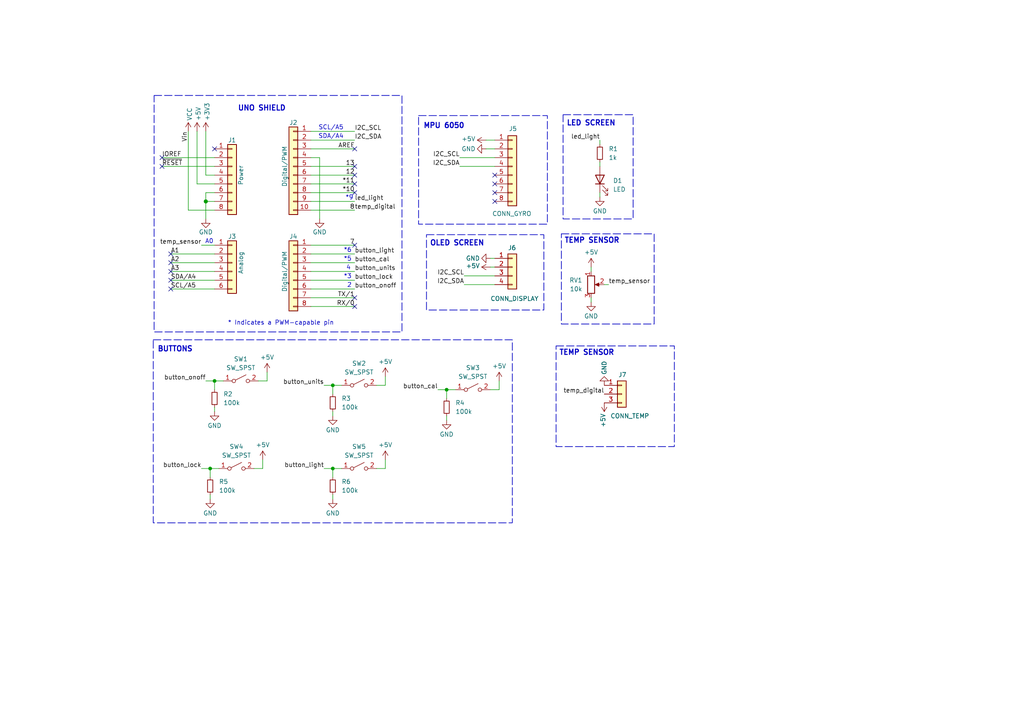
<source format=kicad_sch>
(kicad_sch (version 20231120) (generator "eeschema") (generator_version "8.0")
  (paper "A4")
  (title_block (title "Uno Shield ThermoPro") (date "2025-01-27") (rev "1.0") (company "Goncalo Martins"))
  (lib_symbols
    (symbol "Connector_Generic:Conn_01x03" (pin_names (offset 1.016) hide)
      (property "Reference" "J" (at 0 5.08 0))
      (property "Value" "Conn_01x03" (at 0 -5.08 0))
      (symbol "Conn_01x03_1_1"
        (rectangle (start -1.27 -2.413) (end 0 -2.667) (stroke (width 0.1524)))
        (rectangle (start -1.27 0.127) (end 0 -0.127) (stroke (width 0.1524)))
        (rectangle (start -1.27 2.667) (end 0 2.413) (stroke (width 0.1524)))
        (rectangle (start -1.27 3.81) (end 1.27 -3.81) (stroke (width 0.254)) (fill (type background)))
        (pin passive line (at -5.08 2.54 0) (length 3.81) (name "Pin_1") (number "1"))
        (pin passive line (at -5.08 0 0) (length 3.81) (name "Pin_2") (number "2"))
        (pin passive line (at -5.08 -2.54 0) (length 3.81) (name "Pin_3") (number "3"))
      )
    )
    (symbol "Connector_Generic:Conn_01x04" (pin_names (offset 1.016) hide)
      (property "Reference" "J" (at 0 5.08 0))
      (property "Value" "Conn_01x04" (at 0 -7.62 0))
      (symbol "Conn_01x04_1_1"
        (rectangle (start -1.27 -4.953) (end 0 -5.207) (stroke (width 0.1524)))
        (rectangle (start -1.27 -2.413) (end 0 -2.667) (stroke (width 0.1524)))
        (rectangle (start -1.27 0.127) (end 0 -0.127) (stroke (width 0.1524)))
        (rectangle (start -1.27 2.667) (end 0 2.413) (stroke (width 0.1524)))
        (rectangle (start -1.27 3.81) (end 1.27 -6.35) (stroke (width 0.254)) (fill (type background)))
        (pin passive line (at -5.08 2.54 0) (length 3.81) (name "Pin_1") (number "1"))
        (pin passive line (at -5.08 0 0) (length 3.81) (name "Pin_2") (number "2"))
        (pin passive line (at -5.08 -2.54 0) (length 3.81) (name "Pin_3") (number "3"))
        (pin passive line (at -5.08 -5.08 0) (length 3.81) (name "Pin_4") (number "4"))
      )
    )
    (symbol "Connector_Generic:Conn_01x06" (pin_names (offset 1.016) hide)
      (property "Reference" "J" (at 0 7.62 0))
      (property "Value" "Conn_01x06" (at 0 -10.16 0))
      (symbol "Conn_01x06_1_1"
        (rectangle (start -1.27 -7.493) (end 0 -7.747) (stroke (width 0.1524)))
        (rectangle (start -1.27 -4.953) (end 0 -5.207) (stroke (width 0.1524)))
        (rectangle (start -1.27 -2.413) (end 0 -2.667) (stroke (width 0.1524)))
        (rectangle (start -1.27 0.127) (end 0 -0.127) (stroke (width 0.1524)))
        (rectangle (start -1.27 2.667) (end 0 2.413) (stroke (width 0.1524)))
        (rectangle (start -1.27 5.207) (end 0 4.953) (stroke (width 0.1524)))
        (rectangle (start -1.27 6.35) (end 1.27 -8.89) (stroke (width 0.254)) (fill (type background)))
        (pin passive line (at -5.08 5.08 0) (length 3.81) (name "Pin_1") (number "1"))
        (pin passive line (at -5.08 2.54 0) (length 3.81) (name "Pin_2") (number "2"))
        (pin passive line (at -5.08 0 0) (length 3.81) (name "Pin_3") (number "3"))
        (pin passive line (at -5.08 -2.54 0) (length 3.81) (name "Pin_4") (number "4"))
        (pin passive line (at -5.08 -5.08 0) (length 3.81) (name "Pin_5") (number "5"))
        (pin passive line (at -5.08 -7.62 0) (length 3.81) (name "Pin_6") (number "6"))
      )
    )
    (symbol "Connector_Generic:Conn_01x08" (pin_names (offset 1.016) hide)
      (property "Reference" "J" (at 0 10.16 0))
      (property "Value" "Conn_01x08" (at 0 -12.7 0))
      (symbol "Conn_01x08_1_1"
        (rectangle (start -1.27 -10.033) (end 0 -10.287) (stroke (width 0.1524)))
        (rectangle (start -1.27 -7.493) (end 0 -7.747) (stroke (width 0.1524)))
        (rectangle (start -1.27 -4.953) (end 0 -5.207) (stroke (width 0.1524)))
        (rectangle (start -1.27 -2.413) (end 0 -2.667) (stroke (width 0.1524)))
        (rectangle (start -1.27 0.127) (end 0 -0.127) (stroke (width 0.1524)))
        (rectangle (start -1.27 2.667) (end 0 2.413) (stroke (width 0.1524)))
        (rectangle (start -1.27 5.207) (end 0 4.953) (stroke (width 0.1524)))
        (rectangle (start -1.27 7.747) (end 0 7.493) (stroke (width 0.1524)))
        (rectangle (start -1.27 8.89) (end 1.27 -11.43) (stroke (width 0.254)) (fill (type background)))
        (pin passive line (at -5.08 7.62 0) (length 3.81) (name "Pin_1") (number "1"))
        (pin passive line (at -5.08 5.08 0) (length 3.81) (name "Pin_2") (number "2"))
        (pin passive line (at -5.08 2.54 0) (length 3.81) (name "Pin_3") (number "3"))
        (pin passive line (at -5.08 0 0) (length 3.81) (name "Pin_4") (number "4"))
        (pin passive line (at -5.08 -2.54 0) (length 3.81) (name "Pin_5") (number "5"))
        (pin passive line (at -5.08 -5.08 0) (length 3.81) (name "Pin_6") (number "6"))
        (pin passive line (at -5.08 -7.62 0) (length 3.81) (name "Pin_7") (number "7"))
        (pin passive line (at -5.08 -10.16 0) (length 3.81) (name "Pin_8") (number "8"))
      )
    )
    (symbol "Connector_Generic:Conn_01x10" (pin_names (offset 1.016) hide)
      (property "Reference" "J" (at 0 12.7 0))
      (property "Value" "Conn_01x10" (at 0 -15.24 0))
      (symbol "Conn_01x10_1_1"
        (rectangle (start -1.27 -12.573) (end 0 -12.827) (stroke (width 0.1524)))
        (rectangle (start -1.27 -10.033) (end 0 -10.287) (stroke (width 0.1524)))
        (rectangle (start -1.27 -7.493) (end 0 -7.747) (stroke (width 0.1524)))
        (rectangle (start -1.27 -4.953) (end 0 -5.207) (stroke (width 0.1524)))
        (rectangle (start -1.27 -2.413) (end 0 -2.667) (stroke (width 0.1524)))
        (rectangle (start -1.27 0.127) (end 0 -0.127) (stroke (width 0.1524)))
        (rectangle (start -1.27 2.667) (end 0 2.413) (stroke (width 0.1524)))
        (rectangle (start -1.27 5.207) (end 0 4.953) (stroke (width 0.1524)))
        (rectangle (start -1.27 7.747) (end 0 7.493) (stroke (width 0.1524)))
        (rectangle (start -1.27 10.287) (end 0 10.033) (stroke (width 0.1524)))
        (rectangle (start -1.27 11.43) (end 1.27 -13.97) (stroke (width 0.254)) (fill (type background)))
        (pin passive line (at -5.08 10.16 0) (length 3.81) (name "Pin_1") (number "1"))
        (pin passive line (at -5.08 -12.7 0) (length 3.81) (name "Pin_10") (number "10"))
        (pin passive line (at -5.08 7.62 0) (length 3.81) (name "Pin_2") (number "2"))
        (pin passive line (at -5.08 5.08 0) (length 3.81) (name "Pin_3") (number "3"))
        (pin passive line (at -5.08 2.54 0) (length 3.81) (name "Pin_4") (number "4"))
        (pin passive line (at -5.08 0 0) (length 3.81) (name "Pin_5") (number "5"))
        (pin passive line (at -5.08 -2.54 0) (length 3.81) (name "Pin_6") (number "6"))
        (pin passive line (at -5.08 -5.08 0) (length 3.81) (name "Pin_7") (number "7"))
        (pin passive line (at -5.08 -7.62 0) (length 3.81) (name "Pin_8") (number "8"))
        (pin passive line (at -5.08 -10.16 0) (length 3.81) (name "Pin_9") (number "9"))
      )
    )
    (symbol "Device:LED" (pin_numbers hide) (pin_names (offset 1.016) hide)
      (property "Reference" "D" (at 0 2.54 0))
      (property "Value" "LED" (at 0 -2.54 0))
      (symbol "LED_0_1"
        (polyline (pts (xy -1.27 -1.27) (xy -1.27 1.27)) (stroke (width 0.254)))
        (polyline (pts (xy -1.27 0) (xy 1.27 0)))
        (polyline (pts (xy 1.27 -1.27) (xy 1.27 1.27) (xy -1.27 0) (xy 1.27 -1.27)) (stroke (width 0.254)))
        (polyline (pts (xy -3.048 -0.762) (xy -4.572 -2.286) (xy -3.81 -2.286) (xy -4.572 -2.286) (xy -4.572 -1.524)))
        (polyline (pts (xy -1.778 -0.762) (xy -3.302 -2.286) (xy -2.54 -2.286) (xy -3.302 -2.286) (xy -3.302 -1.524)))
      )
      (symbol "LED_1_1"
        (pin passive line (at -3.81 0 0) (length 2.54) (name "K") (number "1"))
        (pin passive line (at 3.81 0 180) (length 2.54) (name "A") (number "2"))
      )
    )
    (symbol "Device:R_Potentiometer" (pin_names (offset 1.016) hide)
      (property "Reference" "RV" (at -4.445 0 90))
      (property "Value" "R_Potentiometer" (at -2.54 0 90))
      (symbol "R_Potentiometer_0_1"
        (polyline (pts (xy 2.54 0) (xy 1.524 0)))
        (polyline (pts (xy 1.143 0) (xy 2.286 0.508) (xy 2.286 -0.508) (xy 1.143 0)) (fill (type outline)))
        (rectangle (start 1.016 2.54) (end -1.016 -2.54) (stroke (width 0.254)))
      )
      (symbol "R_Potentiometer_1_1"
        (pin passive line (at 0 3.81 270) (length 1.27) (name "1") (number "1"))
        (pin passive line (at 3.81 0 180) (length 1.27) (name "2") (number "2"))
        (pin passive line (at 0 -3.81 90) (length 1.27) (name "3") (number "3"))
      )
    )
    (symbol "Device:R_Small" (pin_numbers hide) (pin_names (offset 0.254) hide)
      (property "Reference" "R" (at 0.762 0.508 0))
      (property "Value" "R_Small" (at 0.762 -1.016 0))
      (symbol "R_Small_0_1"
        (rectangle (start -0.762 1.778) (end 0.762 -1.778) (stroke (width 0.2032)))
      )
      (symbol "R_Small_1_1"
        (pin passive line (at 0 2.54 270) (length 0.762) (name "~") (number "1"))
        (pin passive line (at 0 -2.54 90) (length 0.762) (name "~") (number "2"))
      )
    )
    (symbol "Switch:SW_SPST" (pin_names (offset 0) hide)
      (property "Reference" "SW" (at 0 3.175 0))
      (property "Value" "SW_SPST" (at 0 -2.54 0))
      (symbol "SW_SPST_0_0"
        (circle (center -2.032 0) (radius 0.508))
        (polyline (pts (xy -1.524 0.254) (xy 1.524 1.778)))
        (circle (center 2.032 0) (radius 0.508))
      )
      (symbol "SW_SPST_1_1"
        (pin passive line (at -5.08 0 0) (length 2.54) (name "A") (number "1"))
        (pin passive line (at 5.08 0 180) (length 2.54) (name "B") (number "2"))
      )
    )
    (symbol "power:+3V3" (power) (pin_names (offset 0))
      (property "Value" "+3V3" (at 0 3.556 0))
      (symbol "+3V3_0_1"
        (polyline (pts (xy -0.762 1.27) (xy 0 2.54)))
        (polyline (pts (xy 0 0) (xy 0 2.54)))
        (polyline (pts (xy 0 2.54) (xy 0.762 1.27)))
      )
      (symbol "+3V3_1_1"
        (pin power_in line (at 0 0 90) (length 0) hide (name "+3V3") (number "1"))
      )
    )
    (symbol "power:+5V" (power) (pin_names (offset 0))
      (property "Value" "+5V" (at 0 3.556 0))
      (symbol "+5V_0_1"
        (polyline (pts (xy -0.762 1.27) (xy 0 2.54)))
        (polyline (pts (xy 0 0) (xy 0 2.54)))
        (polyline (pts (xy 0 2.54) (xy 0.762 1.27)))
      )
      (symbol "+5V_1_1"
        (pin power_in line (at 0 0 90) (length 0) hide (name "+5V") (number "1"))
      )
    )
    (symbol "power:GND" (power) (pin_names (offset 0))
      (property "Value" "GND" (at 0 -3.81 0))
      (symbol "GND_0_1"
        (polyline (pts (xy 0 0) (xy 0 -1.27) (xy 1.27 -1.27) (xy 0 -2.54) (xy -1.27 -1.27) (xy 0 -1.27)))
      )
      (symbol "GND_1_1"
        (pin power_in line (at 0 0 270) (length 0) hide (name "GND") (number "1"))
      )
    )
    (symbol "power:VCC" (power) (pin_names (offset 0))
      (property "Value" "VCC" (at 0 3.81 0))
      (symbol "VCC_0_1"
        (polyline (pts (xy -0.762 1.27) (xy 0 2.54)))
        (polyline (pts (xy 0 0) (xy 0 2.54)))
        (polyline (pts (xy 0 2.54) (xy 0.762 1.27)))
      )
      (symbol "VCC_1_1"
        (pin power_in line (at 0 0 90) (length 0) hide (name "VCC") (number "1"))
      )
    )
  )
  (junction (at 96.52 135.89))
  (junction (at 59.69 58.42) (diameter 1.016))
  (junction (at 96.52 111.76))
  (junction (at 129.54 113.03))
  (junction (at 60.96 135.89))
  (junction (at 62.23 110.49))
  (no_connect (at 143.51 50.8))
  (no_connect (at 49.53 78.74))
  (no_connect (at 49.53 81.28))
  (no_connect (at 49.53 73.66))
  (no_connect (at 143.51 53.34))
  (no_connect (at 102.87 43.18))
  (no_connect (at 143.51 55.88))
  (no_connect (at 143.51 58.42))
  (no_connect (at 102.87 48.26))
  (no_connect (at 102.87 55.88))
  (no_connect (at 102.87 50.8))
  (no_connect (at 102.87 86.36))
  (no_connect (at 102.87 88.9))
  (no_connect (at 46.99 45.72))
  (no_connect (at 102.87 71.12))
  (no_connect (at 46.99 48.26))
  (no_connect (at 102.87 53.34))
  (no_connect (at 62.23 43.18))
  (no_connect (at 49.53 83.82))
  (no_connect (at 49.53 76.2))
  (wire (pts (xy 90.17 88.9) (xy 102.87 88.9)))
  (wire (pts (xy 140.97 40.64) (xy 143.51 40.64)))
  (wire (pts (xy 90.17 55.88) (xy 102.87 55.88)))
  (wire (pts (xy 133.35 48.26) (xy 143.51 48.26)))
  (wire (pts (xy 90.17 38.1) (xy 102.87 38.1)))
  (wire (pts (xy 96.52 119.38) (xy 96.52 120.65)))
  (wire (pts (xy 96.52 138.43) (xy 96.52 135.89)))
  (wire (pts (xy 59.69 55.88) (xy 59.69 58.42)))
  (wire (pts (xy 49.53 83.82) (xy 62.23 83.82)))
  (wire (pts (xy 58.42 71.12) (xy 62.23 71.12)))
  (wire (pts (xy 93.98 135.89) (xy 96.52 135.89)))
  (wire (pts (xy 134.62 82.55) (xy 143.51 82.55)))
  (wire (pts (xy 59.69 58.42) (xy 59.69 63.5)))
  (wire (pts (xy 59.69 50.8) (xy 62.23 50.8)))
  (wire (pts (xy 57.15 53.34) (xy 62.23 53.34)))
  (wire (pts (xy 73.66 135.89) (xy 76.2 135.89)))
  (wire (pts (xy 171.45 77.47) (xy 171.45 78.74)))
  (wire (pts (xy 57.15 38.1) (xy 57.15 53.34)))
  (wire (pts (xy 96.52 135.89) (xy 99.06 135.89)))
  (wire (pts (xy 90.17 48.26) (xy 102.87 48.26)))
  (wire (pts (xy 59.69 38.1) (xy 59.69 50.8)))
  (wire (pts (xy 90.17 71.12) (xy 102.87 71.12)))
  (wire (pts (xy 96.52 111.76) (xy 99.06 111.76)))
  (wire (pts (xy 90.17 50.8) (xy 102.87 50.8)))
  (wire (pts (xy 90.17 73.66) (xy 102.87 73.66)))
  (wire (pts (xy 109.22 111.76) (xy 111.76 111.76)))
  (wire (pts (xy 144.78 113.03) (xy 144.78 110.49)))
  (wire (pts (xy 142.24 74.93) (xy 143.51 74.93)))
  (wire (pts (xy 62.23 118.11) (xy 62.23 119.38)))
  (wire (pts (xy 109.22 135.89) (xy 111.76 135.89)))
  (wire (pts (xy 90.17 58.42) (xy 102.87 58.42)))
  (wire (pts (xy 59.69 110.49) (xy 62.23 110.49)))
  (wire (pts (xy 129.54 115.57) (xy 129.54 113.03)))
  (wire (pts (xy 93.98 111.76) (xy 96.52 111.76)))
  (wire (pts (xy 90.17 78.74) (xy 102.87 78.74)))
  (wire (pts (xy 60.96 143.51) (xy 60.96 144.78)))
  (wire (pts (xy 46.99 45.72) (xy 62.23 45.72)))
  (wire (pts (xy 74.93 110.49) (xy 77.47 110.49)))
  (wire (pts (xy 173.99 46.99) (xy 173.99 48.26)))
  (wire (pts (xy 92.71 45.72) (xy 92.71 63.5)))
  (wire (pts (xy 96.52 143.51) (xy 96.52 144.78)))
  (wire (pts (xy 90.17 43.18) (xy 102.87 43.18)))
  (wire (pts (xy 175.26 82.55) (xy 176.53 82.55)))
  (wire (pts (xy 134.62 80.01) (xy 143.51 80.01)))
  (wire (pts (xy 62.23 76.2) (xy 49.53 76.2)))
  (wire (pts (xy 46.99 48.26) (xy 62.23 48.26)))
  (wire (pts (xy 62.23 113.03) (xy 62.23 110.49)))
  (wire (pts (xy 62.23 58.42) (xy 59.69 58.42)))
  (wire (pts (xy 171.45 87.63) (xy 171.45 86.36)))
  (wire (pts (xy 62.23 60.96) (xy 54.61 60.96)))
  (wire (pts (xy 111.76 111.76) (xy 111.76 109.22)))
  (wire (pts (xy 49.53 73.66) (xy 62.23 73.66)))
  (wire (pts (xy 140.97 43.18) (xy 143.51 43.18)))
  (wire (pts (xy 129.54 120.65) (xy 129.54 121.92)))
  (wire (pts (xy 127 113.03) (xy 129.54 113.03)))
  (wire (pts (xy 90.17 45.72) (xy 92.71 45.72)))
  (wire (pts (xy 142.24 113.03) (xy 144.78 113.03)))
  (wire (pts (xy 111.76 135.89) (xy 111.76 133.35)))
  (wire (pts (xy 60.96 135.89) (xy 63.5 135.89)))
  (wire (pts (xy 62.23 55.88) (xy 59.69 55.88)))
  (wire (pts (xy 96.52 114.3) (xy 96.52 111.76)))
  (wire (pts (xy 62.23 110.49) (xy 64.77 110.49)))
  (wire (pts (xy 90.17 53.34) (xy 102.87 53.34)))
  (wire (pts (xy 129.54 113.03) (xy 132.08 113.03)))
  (wire (pts (xy 58.42 135.89) (xy 60.96 135.89)))
  (wire (pts (xy 90.17 76.2) (xy 102.87 76.2)))
  (wire (pts (xy 142.24 77.47) (xy 143.51 77.47)))
  (wire (pts (xy 49.53 78.74) (xy 62.23 78.74)))
  (wire (pts (xy 76.2 135.89) (xy 76.2 133.35)))
  (wire (pts (xy 60.96 138.43) (xy 60.96 135.89)))
  (wire (pts (xy 173.99 55.88) (xy 173.99 57.15)))
  (wire (pts (xy 133.35 45.72) (xy 143.51 45.72)))
  (wire (pts (xy 77.47 110.49) (xy 77.47 107.95)))
  (wire (pts (xy 90.17 40.64) (xy 102.87 40.64)))
  (wire (pts (xy 90.17 83.82) (xy 102.87 83.82)))
  (wire (pts (xy 173.99 40.64) (xy 173.99 41.91)))
  (wire (pts (xy 90.17 81.28) (xy 102.87 81.28)))
  (wire (pts (xy 90.17 86.36) (xy 102.87 86.36)))
  (wire (pts (xy 54.61 60.96) (xy 54.61 38.1)))
  (wire (pts (xy 62.23 81.28) (xy 49.53 81.28)))
  (wire (pts (xy 90.17 60.96) (xy 102.87 60.96)))
  (rectangle (start 44.45 98.552) (end 148.59 151.638) (stroke (width 0.2) (type dash)))
  (rectangle (start 123.698 68.072) (end 157.734 89.916) (stroke (width 0.2) (type dash)))
  (rectangle (start 163.322 33.274) (end 183.642 63.5) (stroke (width 0.2) (type dash)))
  (rectangle (start 44.704 27.686) (end 116.586 96.266) (stroke (width 0.2) (type dash)))
  (rectangle (start 121.412 33.528) (end 158.75 65.024) (stroke (width 0.2) (type dash)))
  (rectangle (start 162.814 67.818) (end 189.738 93.98) (stroke (width 0.2) (type dash)))
  (rectangle (start 161.29 100.33) (end 195.58 129.54) (stroke (width 0.2) (type dash)))
  (text "OLED SCREEN" (at 132.588 70.612 0) (effects (font (size 1.5 1.5) (thickness 0.3) (bold yes))))
  (text "A0\n" (at 60.706 70.104 0) (effects (font (size 1.27 1.27))))
  (text "TEMP SENSOR" (at 170.18 102.362 0) (effects (font (size 1.5 1.5) (thickness 0.3) (bold yes))))
  (text "LED SCREEN" (at 171.45 35.814 0) (effects (font (size 1.5 1.5) (thickness 0.3) (bold yes))))
  (text "*9" (at 101.346 57.404 0) (effects (font (size 1.27 1.27))))
  (text "TEMP SENSOR" (at 171.704 69.85 0) (effects (font (size 1.5 1.5) (thickness 0.3) (bold yes))))
  (text "UNO SHIELD" (at 75.946 31.496 0) (effects (font (size 1.5 1.5) (thickness 0.3) (bold yes))))
  (text "MPU 6050" (at 128.778 36.576 0) (effects (font (size 1.5 1.5) (thickness 0.3) (bold yes))))
  (text "SCL/A5" (at 96.012 37.084 0) (effects (font (size 1.27 1.27))))
  (text "*6" (at 100.838 72.644 0) (effects (font (size 1.27 1.27))))
  (text "SDA/A4" (at 96.012 39.624 0) (effects (font (size 1.27 1.27))))
  (text "BUTTONS" (at 50.8 101.346 0) (effects (font (size 1.5 1.5) (thickness 0.3) (bold yes))))
  (text "*5" (at 100.838 75.184 0) (effects (font (size 1.27 1.27))))
  (text "*3" (at 100.838 80.264 0) (effects (font (size 1.27 1.27))))
  (text "* Indicates a PWM-capable pin" (at 66.04 94.488 0) (effects (font (size 1.27 1.27)) (justify left bottom)))
  (text "2\n" (at 101.346 82.804 0) (effects (font (size 1.27 1.27))))
  (text "4" (at 101.092 77.724 0) (effects (font (size 1.27 1.27))))
  (label "RX{slash}0" (at 102.87 88.9 180))
  (label "button_light" (at 93.98 135.89 180))
  (label "A2" (at 49.53 76.2 0))
  (label "I2C_SDA" (at 134.62 82.55 180))
  (label "button_cal" (at 127 113.03 180))
  (label "A3" (at 49.53 78.74 0))
  (label "I2C_SCL" (at 133.35 45.72 180))
  (label "button_onoff" (at 59.69 110.49 180))
  (label "13" (at 102.87 48.26 180))
  (label "12" (at 102.87 50.8 180))
  (label "~{RESET}" (at 46.99 48.26 0))
  (label "I2C_SCL" (at 102.87 38.1 0))
  (label "I2C_SDA" (at 102.87 40.64 0))
  (label "*10" (at 102.87 55.88 180))
  (label "I2C_SCL" (at 134.62 80.01 180))
  (label "button_cal" (at 102.87 76.2 0))
  (label "temp_sensor" (at 58.42 71.12 180))
  (label "temp_digital" (at 175.26 114.3 180))
  (label "button_onoff" (at 102.87 83.82 0))
  (label "temp_digital" (at 102.87 60.96 0))
  (label "7" (at 102.87 71.12 180))
  (label "button_units" (at 102.87 78.74 0))
  (label "8" (at 102.87 60.96 180))
  (label "*11" (at 102.87 53.34 180))
  (label "button_lock" (at 58.42 135.89 180))
  (label "led_light" (at 102.87 58.42 0))
  (label "led_light" (at 173.99 40.64 180))
  (label "A1" (at 49.53 73.66 0))
  (label "TX{slash}1" (at 102.87 86.36 180))
  (label "button_units" (at 93.98 111.76 180))
  (label "AREF" (at 102.87 43.18 180))
  (label "I2C_SDA" (at 133.35 48.26 180))
  (label "Vin" (at 54.61 38.1 270))
  (label "button_lock" (at 102.87 81.28 0))
  (label "IOREF" (at 46.99 45.72 0))
  (label "button_light" (at 102.87 73.66 0))
  (label "SDA{slash}A4" (at 49.53 81.28 0))
  (label "SCL{slash}A5" (at 49.53 83.82 0))
  (label "temp_sensor" (at 176.53 82.55 0))
  (symbol (lib_id "Connector_Generic:Conn_01x08") (at 67.31 50.8 0) (unit 1)
    (property "Reference" "J1" (at 67.31 40.64 0))
    (property "Value" "Power" (at 69.85 50.8 90))
    (property "Footprint" "Connector_PinSocket_2.54mm:PinSocket_1x08_P2.54mm_Vertical" (effects (hide yes)))
  )
  (symbol (lib_id "power:+3V3") (at 59.69 38.1 0) (unit 1)
    (property "Reference" "#PWR03" (effects (hide yes)))
    (property "Value" "+3V3" (at 60.071 35.052 90) (effects (justify left)))
  )
  (symbol (lib_id "power:+5V") (at 57.15 38.1 0) (unit 1)
    (property "Reference" "#PWR02" (effects (hide yes)))
    (property "Value" "+5V" (at 57.5056 35.052 90) (effects (justify left)))
  )
  (symbol (lib_id "power:GND") (at 59.69 63.5 0) (unit 1)
    (property "Reference" "#PWR07" (effects (hide yes)))
    (property "Value" "GND" (at 59.69 67.31 0))
  )
  (symbol (lib_id "Connector_Generic:Conn_01x10") (at 85.09 48.26 0) (mirror y) (unit 1)
    (property "Reference" "J2" (at 85.09 35.56 0))
    (property "Value" "Digital/PWM" (at 82.55 48.26 90))
    (property "Footprint" "Connector_PinSocket_2.54mm:PinSocket_1x10_P2.54mm_Vertical" (effects (hide yes)))
  )
  (symbol (lib_id "power:GND") (at 92.71 63.5 0) (unit 1)
    (property "Reference" "#PWR08" (effects (hide yes)))
    (property "Value" "GND" (at 92.71 67.31 0))
  )
  (symbol (lib_id "Connector_Generic:Conn_01x06") (at 67.31 76.2 0) (unit 1)
    (property "Reference" "J3" (at 67.31 68.58 0))
    (property "Value" "Analog" (at 69.85 76.2 90))
    (property "Footprint" "Connector_PinSocket_2.54mm:PinSocket_1x06_P2.54mm_Vertical" (effects (hide yes)))
  )
  (symbol (lib_id "Connector_Generic:Conn_01x08") (at 85.09 78.74 0) (mirror y) (unit 1)
    (property "Reference" "J4" (at 85.09 68.58 0))
    (property "Value" "Digital/PWM" (at 82.55 78.74 90))
    (property "Footprint" "Connector_PinSocket_2.54mm:PinSocket_1x08_P2.54mm_Vertical" (effects (hide yes)))
  )
  (symbol (lib_id "power:GND") (at 62.23 119.38 0) (unit 1)
    (property "Reference" "#PWR016" (effects (hide yes)))
    (property "Value" "GND" (at 62.23 123.444 0))
  )
  (symbol (lib_id "Device:R_Small") (at 62.23 115.57 0) (unit 1)
    (property "Reference" "R2" (at 64.77 114.2999 0) (effects (justify left)))
    (property "Value" "100k" (at 64.77 116.8399 0) (effects (justify left)))
    (property "Footprint" "Resistor_THT:R_Axial_DIN0411_L9.9mm_D3.6mm_P15.24mm_Horizontal" (effects (hide yes)))
    (property "Description" "Resistor, small symbol" (effects (hide yes)))
  )
  (symbol (lib_id "Switch:SW_SPST") (at 104.14 111.76 0) (unit 1)
    (property "Reference" "SW2" (at 104.14 105.41 0))
    (property "Value" "SW_SPST" (at 104.14 107.95 0))
    (property "Footprint" "Button_Switch_THT:SW_PUSH_6mm" (effects (hide yes)))
    (property "Description" "Single Pole Single Throw (SPST) switch" (effects (hide yes)))
  )
  (symbol (lib_id "power:+5V") (at 77.47 107.95 0) (unit 1)
    (property "Reference" "#PWR013" (effects (hide yes)))
    (property "Value" "+5V" (at 75.438 103.632 0) (effects (justify left)))
  )
  (symbol (lib_id "power:+5V") (at 140.97 40.64 90) (unit 1)
    (property "Reference" "#PWR04" (effects (hide yes)))
    (property "Value" "+5V" (at 137.922 40.2844 90) (effects (justify left)))
  )
  (symbol (lib_id "power:GND") (at 142.24 74.93 270) (unit 1)
    (property "Reference" "#PWR09" (effects (hide yes)))
    (property "Value" "GND" (at 137.16 74.93 90))
  )
  (symbol (lib_id "power:+5V") (at 171.45 77.47 0) (unit 1)
    (property "Reference" "#PWR011" (effects (hide yes)))
    (property "Value" "+5V" (at 169.418 73.152 0) (effects (justify left)))
  )
  (symbol (lib_id "Device:R_Potentiometer") (at 171.45 82.55 0) (unit 1)
    (property "Reference" "RV1" (at 168.91 81.2799 0) (effects (justify right)))
    (property "Value" "10k" (at 168.91 83.8199 0) (effects (justify right)))
    (property "Footprint" "Potentiometer_THT:Potentiometer_Bourns_3386P_Vertical" (effects (hide yes)))
    (property "Description" "Potentiometer" (effects (hide yes)))
  )
  (symbol (lib_id "power:VCC") (at 54.61 38.1 0) (unit 1)
    (property "Reference" "#PWR01" (effects (hide yes)))
    (property "Value" "VCC" (at 54.991 35.052 90) (effects (justify left)))
  )
  (symbol (lib_id "Switch:SW_SPST") (at 137.16 113.03 0) (unit 1)
    (property "Reference" "SW3" (at 137.16 106.68 0))
    (property "Value" "SW_SPST" (at 137.16 109.22 0))
    (property "Footprint" "Button_Switch_THT:SW_PUSH_6mm" (effects (hide yes)))
    (property "Description" "Single Pole Single Throw (SPST) switch" (effects (hide yes)))
  )
  (symbol (lib_id "power:+5V") (at 111.76 109.22 0) (unit 1)
    (property "Reference" "#PWR014" (effects (hide yes)))
    (property "Value" "+5V" (at 109.728 104.902 0) (effects (justify left)))
  )
  (symbol (lib_id "Device:R_Small") (at 96.52 116.84 0) (unit 1)
    (property "Reference" "R3" (at 99.06 115.5699 0) (effects (justify left)))
    (property "Value" "100k" (at 99.06 118.1099 0) (effects (justify left)))
    (property "Footprint" "Resistor_THT:R_Axial_DIN0411_L9.9mm_D3.6mm_P15.24mm_Horizontal" (effects (hide yes)))
    (property "Description" "Resistor, small symbol" (effects (hide yes)))
  )
  (symbol (lib_id "Switch:SW_SPST") (at 104.14 135.89 0) (unit 1)
    (property "Reference" "SW5" (at 104.14 129.54 0))
    (property "Value" "SW_SPST" (at 104.14 132.08 0))
    (property "Footprint" "Button_Switch_THT:SW_PUSH_6mm" (effects (hide yes)))
    (property "Description" "Single Pole Single Throw (SPST) switch" (effects (hide yes)))
  )
  (symbol (lib_id "power:GND") (at 175.26 111.76 180) (unit 1)
    (property "Reference" "#PWR024" (effects (hide yes)))
    (property "Value" "GND" (at 175.26 106.68 90))
  )
  (symbol (lib_id "power:GND") (at 129.54 121.92 0) (unit 1)
    (property "Reference" "#PWR018" (effects (hide yes)))
    (property "Value" "GND" (at 129.54 125.984 0))
  )
  (symbol (lib_id "power:GND") (at 171.45 87.63 0) (unit 1)
    (property "Reference" "#PWR012" (effects (hide yes)))
    (property "Value" "GND" (at 171.45 91.694 0))
  )
  (symbol (lib_id "power:GND") (at 96.52 144.78 0) (unit 1)
    (property "Reference" "#PWR022" (effects (hide yes)))
    (property "Value" "GND" (at 96.52 148.844 0))
  )
  (symbol (lib_id "Device:R_Small") (at 60.96 140.97 0) (unit 1)
    (property "Reference" "R5" (at 63.5 139.6999 0) (effects (justify left)))
    (property "Value" "100k" (at 63.5 142.2399 0) (effects (justify left)))
    (property "Footprint" "Resistor_THT:R_Axial_DIN0411_L9.9mm_D3.6mm_P15.24mm_Horizontal" (effects (hide yes)))
    (property "Description" "Resistor, small symbol" (effects (hide yes)))
  )
  (symbol (lib_id "Device:R_Small") (at 96.52 140.97 0) (unit 1)
    (property "Reference" "R6" (at 99.06 139.6999 0) (effects (justify left)))
    (property "Value" "100k" (at 99.06 142.2399 0) (effects (justify left)))
    (property "Footprint" "Resistor_THT:R_Axial_DIN0411_L9.9mm_D3.6mm_P15.24mm_Horizontal" (effects (hide yes)))
    (property "Description" "Resistor, small symbol" (effects (hide yes)))
  )
  (symbol (lib_id "Connector_Generic:Conn_01x03") (at 180.34 114.3 0) (unit 1)
    (property "Reference" "J7" (at 179.324 108.712 0) (effects (justify left)))
    (property "Value" "CONN_TEMP" (at 177.038 120.65 0) (effects (justify left)))
    (property "Footprint" "Connector_JST:JST_XH_B3B-XH-A_1x03_P2.50mm_Vertical" (effects (hide yes)))
    (property "Description" "Generic connector, single row, 01x03, script generated (kicad-library-utils/schlib/autogen/connector/)" (effects (hide yes)))
  )
  (symbol (lib_id "power:GND") (at 173.99 57.15 0) (unit 1)
    (property "Reference" "#PWR06" (effects (hide yes)))
    (property "Value" "GND" (at 173.99 61.214 0))
  )
  (symbol (lib_id "power:GND") (at 60.96 144.78 0) (unit 1)
    (property "Reference" "#PWR021" (effects (hide yes)))
    (property "Value" "GND" (at 60.96 148.844 0))
  )
  (symbol (lib_id "power:+5V") (at 111.76 133.35 0) (unit 1)
    (property "Reference" "#PWR020" (effects (hide yes)))
    (property "Value" "+5V" (at 109.728 129.032 0) (effects (justify left)))
  )
  (symbol (lib_id "power:+5V") (at 175.26 116.84 180) (unit 1)
    (property "Reference" "#PWR023" (effects (hide yes)))
    (property "Value" "+5V" (at 174.9044 119.888 90) (effects (justify left)))
  )
  (symbol (lib_id "Connector_Generic:Conn_01x08") (at 148.59 48.26 0) (unit 1)
    (property "Reference" "J5" (at 147.574 37.338 0) (effects (justify left)))
    (property "Value" "CONN_GYRO" (at 142.748 61.976 0) (effects (justify left)))
    (property "Footprint" "Connector_PinSocket_2.54mm:PinSocket_1x08_P2.54mm_Vertical" (effects (hide yes)))
    (property "Description" "Generic connector, single row, 01x08, script generated (kicad-library-utils/schlib/autogen/connector/)" (effects (hide yes)))
  )
  (symbol (lib_id "Switch:SW_SPST") (at 69.85 110.49 0) (unit 1)
    (property "Reference" "SW1" (at 69.85 104.14 0))
    (property "Value" "SW_SPST" (at 69.85 106.68 0))
    (property "Footprint" "Button_Switch_THT:SW_PUSH_6mm" (effects (hide yes)))
    (property "Description" "Single Pole Single Throw (SPST) switch" (effects (hide yes)))
  )
  (symbol (lib_id "power:GND") (at 140.97 43.18 270) (unit 1)
    (property "Reference" "#PWR05" (effects (hide yes)))
    (property "Value" "GND" (at 135.89 43.18 90))
  )
  (symbol (lib_id "power:+5V") (at 144.78 110.49 0) (unit 1)
    (property "Reference" "#PWR015" (effects (hide yes)))
    (property "Value" "+5V" (at 142.748 106.172 0) (effects (justify left)))
  )
  (symbol (lib_id "power:+5V") (at 142.24 77.47 90) (unit 1)
    (property "Reference" "#PWR010" (effects (hide yes)))
    (property "Value" "+5V" (at 139.192 77.1144 90) (effects (justify left)))
  )
  (symbol (lib_id "Device:LED") (at 173.99 52.07 90) (unit 1)
    (property "Reference" "D1" (at 177.8 52.3874 90) (effects (justify right)))
    (property "Value" "LED" (at 177.8 54.9274 90) (effects (justify right)))
    (property "Footprint" "LED_THT:LED_D5.0mm" (effects (hide yes)))
    (property "Description" "Light emitting diode" (effects (hide yes)))
  )
  (symbol (lib_id "power:GND") (at 96.52 120.65 0) (unit 1)
    (property "Reference" "#PWR017" (effects (hide yes)))
    (property "Value" "GND" (at 96.52 124.714 0))
  )
  (symbol (lib_id "Switch:SW_SPST") (at 68.58 135.89 0) (unit 1)
    (property "Reference" "SW4" (at 68.58 129.54 0))
    (property "Value" "SW_SPST" (at 68.58 132.08 0))
    (property "Footprint" "Button_Switch_THT:SW_PUSH_6mm" (effects (hide yes)))
    (property "Description" "Single Pole Single Throw (SPST) switch" (effects (hide yes)))
  )
  (symbol (lib_id "Device:R_Small") (at 129.54 118.11 0) (unit 1)
    (property "Reference" "R4" (at 132.08 116.8399 0) (effects (justify left)))
    (property "Value" "100k" (at 132.08 119.3799 0) (effects (justify left)))
    (property "Footprint" "Resistor_THT:R_Axial_DIN0411_L9.9mm_D3.6mm_P15.24mm_Horizontal" (effects (hide yes)))
    (property "Description" "Resistor, small symbol" (effects (hide yes)))
  )
  (symbol (lib_id "Device:R_Small") (at 173.99 44.45 0) (unit 1)
    (property "Reference" "R1" (at 176.53 43.1799 0) (effects (justify left)))
    (property "Value" "1k" (at 176.53 45.7199 0) (effects (justify left)))
    (property "Footprint" "Resistor_THT:R_Axial_DIN0411_L9.9mm_D3.6mm_P15.24mm_Horizontal" (effects (hide yes)))
    (property "Description" "Resistor, small symbol" (effects (hide yes)))
  )
  (symbol (lib_id "Connector_Generic:Conn_01x04") (at 148.59 77.47 0) (unit 1)
    (property "Reference" "J6" (at 147.32 71.882 0) (effects (justify left)))
    (property "Value" "CONN_DISPLAY" (at 142.24 86.614 0) (effects (justify left)))
    (property "Footprint" "Connector_PinSocket_2.54mm:PinSocket_1x04_P2.54mm_Vertical" (effects (hide yes)))
    (property "Description" "Generic connector, single row, 01x04, script generated (kicad-library-utils/schlib/autogen/connector/)" (effects (hide yes)))
  )
  (symbol (lib_id "power:+5V") (at 76.2 133.35 0) (unit 1)
    (property "Reference" "#PWR019" (effects (hide yes)))
    (property "Value" "+5V" (at 74.168 129.032 0) (effects (justify left)))
  )
)
</source>
